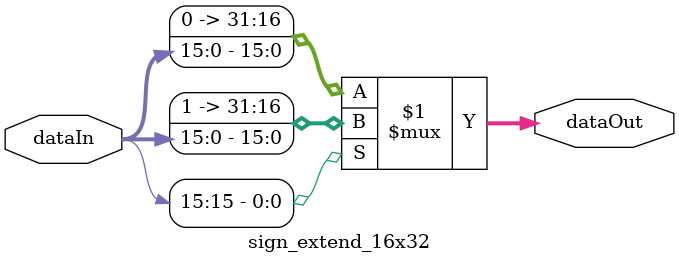
<source format=v>
module sign_extend_16x32(
    input wire[15:0] dataIn, // vem do instruction
    output wire[31:0] dataOut // vai pra segunda entrada da alu
);

    assign dataOut = (dataIn[15]) ? {{16{1'b1}}, dataIn} : {{16{1'b0}}, dataIn}; // vai ver se o numero é positivo ou negativo e dependendo do resultado adiciona 0s ou 1s ate completar 32 bits

endmodule
</source>
